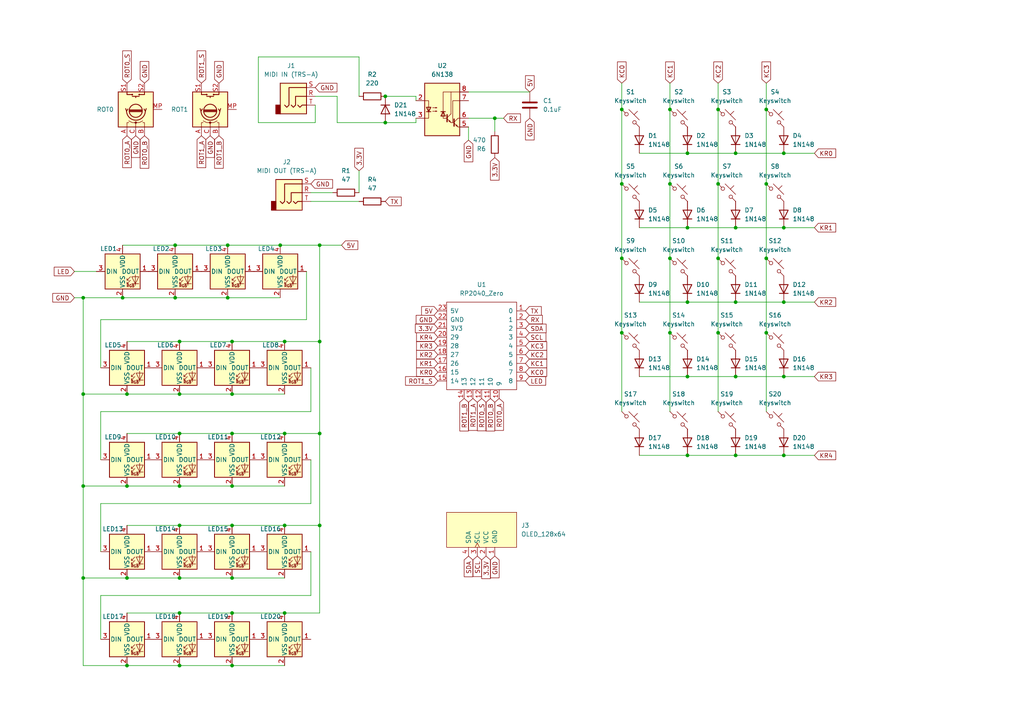
<source format=kicad_sch>
(kicad_sch (version 20231120) (generator "eeschema") (generator_version "8.0")
  (paper "A4")
  (title_block (title "Mech MIDI 1") (company "David Konsumer"))
  (lib_symbols
    (symbol "Connector_Audio:AudioJack3"
      (property "Reference" "J" (at 0 8.89 0))
      (property "Value" "AudioJack3" (at 0 6.35 0))
      (symbol "AudioJack3_1_1"
        (pin passive line (at 5.08 0 180) (length 2.54) (name "~") (number "R"))
        (pin passive line (at 5.08 2.54 180) (length 2.54) (name "~") (number "S"))
        (pin passive line (at 5.08 -2.54 180) (length 2.54) (name "~") (number "T"))
      )
    )
    (symbol "Device:C" (pin_numbers hide) (pin_names (offset 0.254))
      (property "Reference" "C" (at 0.635 2.54 0))
      (property "Value" "C" (at 0.635 -2.54 0))
      (symbol "C_1_1"
        (pin passive line (at 0 3.81 270) (length 2.794) (name "~") (number "1"))
        (pin passive line (at 0 -3.81 90) (length 2.794) (name "~") (number "2"))
      )
    )
    (symbol "Device:RotaryEncoder_Switch_MP" (pin_names (offset 0.254) hide)
      (property "Reference" "SW" (at 0 8.89 0))
      (property "Value" "RotaryEncoder_Switch_MP" (at 0 6.35 0))
      (symbol "RotaryEncoder_Switch_MP_1_1"
        (pin passive line (at -7.62 2.54 0) (length 2.54) (name "A") (number "A"))
        (pin passive line (at -7.62 -2.54 0) (length 2.54) (name "B") (number "B"))
        (pin passive line (at -7.62 0 0) (length 2.54) (name "C") (number "C"))
        (pin passive line (at 0 -7.62 90) (length 2.54) (name "MP") (number "MP"))
        (pin passive line (at 7.62 2.54 180) (length 2.54) (name "S1") (number "S1"))
        (pin passive line (at 7.62 -2.54 180) (length 2.54) (name "S2") (number "S2"))
      )
    )
    (symbol "Isolator:6N138" (pin_names (offset 1.016) hide)
      (property "Reference" "U" (at -4.064 8.89 0))
      (property "Value" "6N138" (at 2.286 8.89 0))
      (symbol "6N138_1_1"
        (pin no_connect line (at -5.08 5.08 0) (length 2.54) hide (name "NC") (number "1"))
        (pin passive line (at -7.62 2.54 0) (length 2.54) (name "C1") (number "2"))
        (pin passive line (at -7.62 -2.54 0) (length 2.54) (name "C2") (number "3"))
        (pin no_connect line (at -5.08 -5.08 0) (length 2.54) hide (name "NC") (number "4"))
        (pin passive line (at 7.62 -5.08 180) (length 2.54) (name "GND") (number "5"))
        (pin passive line (at 7.62 -2.54 180) (length 2.54) (name "VO2") (number "6"))
        (pin passive line (at 7.62 2.54 180) (length 2.54) (name "VO1") (number "7"))
        (pin passive line (at 7.62 5.08 180) (length 2.54) (name "VCC") (number "8"))
      )
    )
    (symbol "LED:WS2812B-2020" (pin_names (offset 0.254))
      (property "Reference" "D" (at 5.08 5.715 0))
      (property "Value" "WS2812B-2020" (at 1.27 -5.715 0))
      (symbol "WS2812B-2020_0_0"
        (text "RGB" (at 2.286 -4.191 0) (effects (font (size 0.762 0.762))))
      )
      (symbol "WS2812B-2020_1_1"
        (pin output line (at 7.62 0 180) (length 2.54) (name "DOUT") (number "1"))
        (pin power_in line (at 0 -7.62 90) (length 2.54) (name "VSS") (number "2"))
        (pin input line (at -7.62 0 0) (length 2.54) (name "DIN") (number "3"))
        (pin power_in line (at 0 7.62 270) (length 2.54) (name "VDD") (number "4"))
      )
    )
    (symbol "ScottoKeebs:MCU_RP2040_Zero" (pin_names (offset 1.016))
      (property "Reference" "U" (at 0 15.24 0))
      (property "Value" "RP2040_Zero" (at 0 12.7 0))
      (symbol "MCU_RP2040_Zero_1_1"
        (pin bidirectional line (at 12.7 8.89 180) (length 2.54) (name "0") (number "1"))
        (pin bidirectional line (at 5.08 -16.51 90) (length 2.54) (name "9") (number "10"))
        (pin bidirectional line (at 2.54 -16.51 90) (length 2.54) (name "10") (number "11"))
        (pin bidirectional line (at 0 -16.51 90) (length 2.54) (name "11") (number "12"))
        (pin bidirectional line (at -2.54 -16.51 90) (length 2.54) (name "12") (number "13"))
        (pin bidirectional line (at -5.08 -16.51 90) (length 2.54) (name "13") (number "14"))
        (pin bidirectional line (at -12.7 -11.43 0) (length 2.54) (name "14") (number "15"))
        (pin bidirectional line (at -12.7 -8.89 0) (length 2.54) (name "15") (number "16"))
        (pin bidirectional line (at -12.7 -6.35 0) (length 2.54) (name "26") (number "17"))
        (pin bidirectional line (at -12.7 -3.81 0) (length 2.54) (name "27") (number "18"))
        (pin bidirectional line (at -12.7 -1.27 0) (length 2.54) (name "28") (number "19"))
        (pin bidirectional line (at 12.7 6.35 180) (length 2.54) (name "1") (number "2"))
        (pin bidirectional line (at -12.7 1.27 0) (length 2.54) (name "29") (number "20"))
        (pin power_out line (at -12.7 3.81 0) (length 2.54) (name "3V3") (number "21"))
        (pin power_out line (at -12.7 6.35 0) (length 2.54) (name "GND") (number "22"))
        (pin power_out line (at -12.7 8.89 0) (length 2.54) (name "5V") (number "23"))
        (pin bidirectional line (at 12.7 3.81 180) (length 2.54) (name "2") (number "3"))
        (pin bidirectional line (at 12.7 1.27 180) (length 2.54) (name "3") (number "4"))
        (pin bidirectional line (at 12.7 -1.27 180) (length 2.54) (name "4") (number "5"))
        (pin bidirectional line (at 12.7 -3.81 180) (length 2.54) (name "5") (number "6"))
        (pin bidirectional line (at 12.7 -6.35 180) (length 2.54) (name "6") (number "7"))
        (pin bidirectional line (at 12.7 -8.89 180) (length 2.54) (name "7") (number "8"))
        (pin bidirectional line (at 12.7 -11.43 180) (length 2.54) (name "8") (number "9"))
      )
    )
    (symbol "ScottoKeebs:OLED_128x64" (pin_names (offset 1.016))
      (property "Reference" "J" (at 0 -11.43 0))
      (property "Value" "OLED_128x64" (at 0 -7.62 0))
      (symbol "OLED_128x64_1_1"
        (pin power_in line (at -3.81 2.54 270) (length 2.54) (name "GND") (number "1"))
        (pin power_in line (at -1.27 2.54 270) (length 2.54) (name "VCC") (number "2"))
        (pin input clock (at 1.27 2.54 270) (length 2.54) (name "SCL") (number "3"))
        (pin bidirectional line (at 3.81 2.54 270) (length 2.54) (name "SDA") (number "4"))
      )
    )
    (symbol "ScottoKeebs:Placeholder_Diode" (pin_numbers hide) (pin_names hide)
      (property "Reference" "D" (at 0 2.54 0))
      (property "Value" "Diode" (at 0 -2.54 0))
      (symbol "Placeholder_Diode_1_1"
        (pin passive line (at -3.81 0 0) (length 2.54) (name "K") (number "1"))
        (pin passive line (at 3.81 0 180) (length 2.54) (name "A") (number "2"))
      )
    )
    (symbol "ScottoKeebs:Placeholder_Keyswitch" (pin_numbers hide) (pin_names (offset 1.016) hide)
      (property "Reference" "S" (at 3.048 1.016 0))
      (property "Value" "Keyswitch" (at 0 -3.81 0))
      (symbol "Placeholder_Keyswitch_0_1"
        (pin passive line (at -2.54 2.54 0) (length 0) (name "1") (number "1"))
        (pin passive line (at 2.54 -2.54 180) (length 0) (name "2") (number "2"))
      )
    )
    (symbol "ScottoKeebs:Placeholder_Resistor" (pin_numbers hide) (pin_names (offset 0))
      (property "Reference" "R" (at 0 2.032 0))
      (property "Value" "Resistor" (at 0 -2.54 0))
      (symbol "Placeholder_Resistor_1_1"
        (pin passive line (at -3.81 0 0) (length 1.27) (name "~") (number "1"))
        (pin passive line (at 3.81 0 180) (length 1.27) (name "~") (number "2"))
      )
    )
  )
  (junction (at 50.8 71.12))
  (junction (at 213.36 109.22))
  (junction (at 52.07 177.8))
  (junction (at 222.25 53.34))
  (junction (at 208.28 74.93))
  (junction (at 67.31 167.64))
  (junction (at 227.33 87.63))
  (junction (at 222.25 31.75))
  (junction (at 52.07 152.4))
  (junction (at 24.13 114.3))
  (junction (at 213.36 44.45))
  (junction (at 36.83 193.04))
  (junction (at 227.33 66.04))
  (junction (at 92.71 99.06))
  (junction (at 227.33 132.08))
  (junction (at 36.83 114.3))
  (junction (at 194.31 74.93))
  (junction (at 81.28 71.12))
  (junction (at 24.13 140.97))
  (junction (at 208.28 53.34))
  (junction (at 52.07 125.73))
  (junction (at 199.39 132.08))
  (junction (at 180.34 74.93))
  (junction (at 67.31 177.8))
  (junction (at 213.36 132.08))
  (junction (at 36.83 140.97))
  (junction (at 67.31 114.3))
  (junction (at 227.33 109.22))
  (junction (at 213.36 66.04))
  (junction (at 35.56 86.36))
  (junction (at 36.83 167.64))
  (junction (at 143.51 34.29))
  (junction (at 180.34 31.75))
  (junction (at 50.8 86.36))
  (junction (at 67.31 193.04))
  (junction (at 67.31 99.06))
  (junction (at 24.13 86.36))
  (junction (at 111.76 27.94))
  (junction (at 67.31 125.73))
  (junction (at 52.07 193.04))
  (junction (at 199.39 66.04))
  (junction (at 82.55 177.8))
  (junction (at 111.76 35.56))
  (junction (at 24.13 167.64))
  (junction (at 82.55 125.73))
  (junction (at 52.07 99.06))
  (junction (at 199.39 109.22))
  (junction (at 52.07 167.64))
  (junction (at 92.71 125.73))
  (junction (at 66.04 71.12))
  (junction (at 92.71 152.4))
  (junction (at 199.39 44.45))
  (junction (at 208.28 31.75))
  (junction (at 194.31 31.75))
  (junction (at 92.71 71.12))
  (junction (at 227.33 44.45))
  (junction (at 199.39 87.63))
  (junction (at 222.25 74.93))
  (junction (at 208.28 96.52))
  (junction (at 52.07 140.97))
  (junction (at 82.55 99.06))
  (junction (at 66.04 86.36))
  (junction (at 180.34 96.52))
  (junction (at 222.25 96.52))
  (junction (at 67.31 140.97))
  (junction (at 213.36 87.63))
  (junction (at 180.34 53.34))
  (junction (at 52.07 114.3))
  (junction (at 194.31 96.52))
  (junction (at 67.31 152.4))
  (junction (at 194.31 53.34))
  (junction (at 82.55 152.4))
  (wire (pts (xy 36.83 140.97) (xy 52.07 140.97)))
  (wire (pts (xy 90.17 106.68) (xy 90.17 119.38)))
  (wire (pts (xy 227.33 66.04) (xy 236.22 66.04)))
  (wire (pts (xy 88.9 92.71) (xy 29.21 92.71)))
  (wire (pts (xy 227.33 87.63) (xy 236.22 87.63)))
  (wire (pts (xy 180.34 53.34) (xy 180.34 74.93)))
  (wire (pts (xy 227.33 132.08) (xy 236.22 132.08)))
  (wire (pts (xy 99.06 71.12) (xy 92.71 71.12)))
  (wire (pts (xy 50.8 86.36) (xy 66.04 86.36)))
  (wire (pts (xy 146.05 34.29) (xy 143.51 34.29)))
  (wire (pts (xy 52.07 152.4) (xy 67.31 152.4)))
  (wire (pts (xy 52.07 99.06) (xy 67.31 99.06)))
  (wire (pts (xy 90.17 133.35) (xy 90.17 146.05)))
  (wire (pts (xy 222.25 74.93) (xy 222.25 96.52)))
  (wire (pts (xy 67.31 193.04) (xy 82.55 193.04)))
  (wire (pts (xy 36.83 152.4) (xy 52.07 152.4)))
  (wire (pts (xy 185.42 132.08) (xy 199.39 132.08)))
  (wire (pts (xy 135.89 36.83) (xy 135.89 40.64)))
  (wire (pts (xy 36.83 125.73) (xy 52.07 125.73)))
  (wire (pts (xy 208.28 24.13) (xy 208.28 31.75)))
  (wire (pts (xy 29.21 172.72) (xy 29.21 185.42)))
  (wire (pts (xy 67.31 152.4) (xy 82.55 152.4)))
  (wire (pts (xy 35.56 86.36) (xy 50.8 86.36)))
  (wire (pts (xy 194.31 96.52) (xy 194.31 119.38)))
  (wire (pts (xy 21.59 86.36) (xy 24.13 86.36)))
  (wire (pts (xy 82.55 177.8) (xy 92.71 177.8)))
  (wire (pts (xy 24.13 140.97) (xy 36.83 140.97)))
  (wire (pts (xy 222.25 31.75) (xy 222.25 53.34)))
  (wire (pts (xy 29.21 119.38) (xy 29.21 133.35)))
  (wire (pts (xy 52.07 177.8) (xy 67.31 177.8)))
  (wire (pts (xy 24.13 193.04) (xy 24.13 167.64)))
  (wire (pts (xy 82.55 152.4) (xy 92.71 152.4)))
  (wire (pts (xy 91.44 27.94) (xy 97.79 27.94)))
  (wire (pts (xy 222.25 96.52) (xy 222.25 119.38)))
  (wire (pts (xy 24.13 193.04) (xy 36.83 193.04)))
  (wire (pts (xy 194.31 74.93) (xy 194.31 96.52)))
  (wire (pts (xy 67.31 140.97) (xy 82.55 140.97)))
  (wire (pts (xy 213.36 66.04) (xy 227.33 66.04)))
  (wire (pts (xy 52.07 193.04) (xy 67.31 193.04)))
  (wire (pts (xy 67.31 177.8) (xy 82.55 177.8)))
  (wire (pts (xy 24.13 86.36) (xy 35.56 86.36)))
  (wire (pts (xy 208.28 74.93) (xy 208.28 96.52)))
  (wire (pts (xy 52.07 140.97) (xy 67.31 140.97)))
  (wire (pts (xy 135.89 26.67) (xy 153.67 26.67)))
  (wire (pts (xy 82.55 99.06) (xy 92.71 99.06)))
  (wire (pts (xy 199.39 109.22) (xy 213.36 109.22)))
  (wire (pts (xy 185.42 109.22) (xy 199.39 109.22)))
  (wire (pts (xy 97.79 35.56) (xy 111.76 35.56)))
  (wire (pts (xy 92.71 99.06) (xy 92.71 125.73)))
  (wire (pts (xy 185.42 87.63) (xy 199.39 87.63)))
  (wire (pts (xy 180.34 24.13) (xy 180.34 31.75)))
  (wire (pts (xy 213.36 87.63) (xy 227.33 87.63)))
  (wire (pts (xy 199.39 87.63) (xy 213.36 87.63)))
  (wire (pts (xy 24.13 114.3) (xy 24.13 140.97)))
  (wire (pts (xy 104.14 16.51) (xy 74.93 16.51)))
  (wire (pts (xy 88.9 78.74) (xy 88.9 92.71)))
  (wire (pts (xy 67.31 125.73) (xy 82.55 125.73)))
  (wire (pts (xy 227.33 44.45) (xy 236.22 44.45)))
  (wire (pts (xy 185.42 66.04) (xy 199.39 66.04)))
  (wire (pts (xy 66.04 71.12) (xy 81.28 71.12)))
  (wire (pts (xy 199.39 66.04) (xy 213.36 66.04)))
  (wire (pts (xy 143.51 34.29) (xy 135.89 34.29)))
  (wire (pts (xy 208.28 31.75) (xy 208.28 53.34)))
  (wire (pts (xy 120.65 27.94) (xy 111.76 27.94)))
  (wire (pts (xy 227.33 109.22) (xy 236.22 109.22)))
  (wire (pts (xy 52.07 125.73) (xy 67.31 125.73)))
  (wire (pts (xy 222.25 53.34) (xy 222.25 74.93)))
  (wire (pts (xy 74.93 35.56) (xy 91.44 35.56)))
  (wire (pts (xy 36.83 193.04) (xy 52.07 193.04)))
  (wire (pts (xy 185.42 44.45) (xy 199.39 44.45)))
  (wire (pts (xy 52.07 114.3) (xy 67.31 114.3)))
  (wire (pts (xy 180.34 31.75) (xy 180.34 53.34)))
  (wire (pts (xy 67.31 114.3) (xy 82.55 114.3)))
  (wire (pts (xy 36.83 99.06) (xy 52.07 99.06)))
  (wire (pts (xy 36.83 167.64) (xy 52.07 167.64)))
  (wire (pts (xy 104.14 49.53) (xy 104.14 55.88)))
  (wire (pts (xy 180.34 74.93) (xy 180.34 96.52)))
  (wire (pts (xy 29.21 92.71) (xy 29.21 106.68)))
  (wire (pts (xy 143.51 34.29) (xy 143.51 38.1)))
  (wire (pts (xy 91.44 35.56) (xy 91.44 30.48)))
  (wire (pts (xy 222.25 24.13) (xy 222.25 31.75)))
  (wire (pts (xy 97.79 27.94) (xy 97.79 35.56)))
  (wire (pts (xy 199.39 44.45) (xy 213.36 44.45)))
  (wire (pts (xy 90.17 172.72) (xy 29.21 172.72)))
  (wire (pts (xy 92.71 71.12) (xy 81.28 71.12)))
  (wire (pts (xy 213.36 44.45) (xy 227.33 44.45)))
  (wire (pts (xy 194.31 53.34) (xy 194.31 74.93)))
  (wire (pts (xy 90.17 160.02) (xy 90.17 172.72)))
  (wire (pts (xy 50.8 71.12) (xy 66.04 71.12)))
  (wire (pts (xy 82.55 125.73) (xy 92.71 125.73)))
  (wire (pts (xy 111.76 35.56) (xy 120.65 35.56)))
  (wire (pts (xy 90.17 146.05) (xy 29.21 146.05)))
  (wire (pts (xy 194.31 31.75) (xy 194.31 53.34)))
  (wire (pts (xy 213.36 132.08) (xy 227.33 132.08)))
  (wire (pts (xy 208.28 53.34) (xy 208.28 74.93)))
  (wire (pts (xy 24.13 114.3) (xy 24.13 86.36)))
  (wire (pts (xy 90.17 119.38) (xy 29.21 119.38)))
  (wire (pts (xy 36.83 114.3) (xy 52.07 114.3)))
  (wire (pts (xy 29.21 146.05) (xy 29.21 160.02)))
  (wire (pts (xy 104.14 27.94) (xy 104.14 16.51)))
  (wire (pts (xy 66.04 86.36) (xy 81.28 86.36)))
  (wire (pts (xy 90.17 58.42) (xy 104.14 58.42)))
  (wire (pts (xy 180.34 96.52) (xy 180.34 119.38)))
  (wire (pts (xy 24.13 167.64) (xy 24.13 140.97)))
  (wire (pts (xy 90.17 55.88) (xy 96.52 55.88)))
  (wire (pts (xy 74.93 16.51) (xy 74.93 35.56)))
  (wire (pts (xy 92.71 177.8) (xy 92.71 152.4)))
  (wire (pts (xy 120.65 29.21) (xy 120.65 27.94)))
  (wire (pts (xy 199.39 132.08) (xy 213.36 132.08)))
  (wire (pts (xy 67.31 99.06) (xy 82.55 99.06)))
  (wire (pts (xy 52.07 167.64) (xy 67.31 167.64)))
  (wire (pts (xy 24.13 167.64) (xy 36.83 167.64)))
  (wire (pts (xy 24.13 114.3) (xy 36.83 114.3)))
  (wire (pts (xy 208.28 96.52) (xy 208.28 119.38)))
  (wire (pts (xy 213.36 109.22) (xy 227.33 109.22)))
  (wire (pts (xy 36.83 177.8) (xy 52.07 177.8)))
  (wire (pts (xy 120.65 35.56) (xy 120.65 34.29)))
  (wire (pts (xy 21.59 78.74) (xy 27.94 78.74)))
  (wire (pts (xy 67.31 167.64) (xy 82.55 167.64)))
  (wire (pts (xy 194.31 24.13) (xy 194.31 31.75)))
  (wire (pts (xy 92.71 71.12) (xy 92.71 99.06)))
  (wire (pts (xy 35.56 71.12) (xy 50.8 71.12)))
  (wire (pts (xy 92.71 152.4) (xy 92.71 125.73)))
  (global_label "ROT0_S" (shape input) (at 36.83 24.13 90) (property "Intersheetrefs" "${INTERSHEET_REFS}" (effects (hide yes))))
  (global_label "3.3V" (shape input) (at 104.14 49.53 90) (property "Intersheetrefs" "${INTERSHEET_REFS}" (effects (hide yes))))
  (global_label "TX" (shape input) (at 152.4 90.17 0) (property "Intersheetrefs" "${INTERSHEET_REFS}" (effects (hide yes))))
  (global_label "GND" (shape input) (at 143.51 161.29 270) (property "Intersheetrefs" "${INTERSHEET_REFS}" (effects (hide yes))))
  (global_label "ROT1_S" (shape input) (at 127 110.49 180) (property "Intersheetrefs" "${INTERSHEET_REFS}" (effects (hide yes))))
  (global_label "ROT0_B" (shape input) (at 41.91 39.37 270) (property "Intersheetrefs" "${INTERSHEET_REFS}" (effects (hide yes))))
  (global_label "KR1" (shape input) (at 236.22 66.04 0) (property "Intersheetrefs" "${INTERSHEET_REFS}" (effects (hide yes))))
  (global_label "GND" (shape input) (at 63.5 24.13 90) (property "Intersheetrefs" "${INTERSHEET_REFS}" (effects (hide yes))))
  (global_label "GND" (shape input) (at 21.59 86.36 180) (property "Intersheetrefs" "${INTERSHEET_REFS}" (effects (hide yes))))
  (global_label "KR1" (shape input) (at 127 105.41 180) (property "Intersheetrefs" "${INTERSHEET_REFS}" (effects (hide yes))))
  (global_label "SCL" (shape input) (at 138.43 161.29 270) (property "Intersheetrefs" "${INTERSHEET_REFS}" (effects (hide yes))))
  (global_label "ROT1_S" (shape input) (at 58.42 24.13 90) (property "Intersheetrefs" "${INTERSHEET_REFS}" (effects (hide yes))))
  (global_label "KC0" (shape input) (at 180.34 24.13 90) (property "Intersheetrefs" "${INTERSHEET_REFS}" (effects (hide yes))))
  (global_label "GND" (shape input) (at 41.91 24.13 90) (property "Intersheetrefs" "${INTERSHEET_REFS}" (effects (hide yes))))
  (global_label "KR2" (shape input) (at 127 102.87 180) (property "Intersheetrefs" "${INTERSHEET_REFS}" (effects (hide yes))))
  (global_label "LED" (shape input) (at 21.59 78.74 180) (property "Intersheetrefs" "${INTERSHEET_REFS}" (effects (hide yes))))
  (global_label "GND" (shape input) (at 91.44 25.4 0) (property "Intersheetrefs" "${INTERSHEET_REFS}" (effects (hide yes))))
  (global_label "KC2" (shape input) (at 208.28 24.13 90) (property "Intersheetrefs" "${INTERSHEET_REFS}" (effects (hide yes))))
  (global_label "TX" (shape input) (at 111.76 58.42 0) (property "Intersheetrefs" "${INTERSHEET_REFS}" (effects (hide yes))))
  (global_label "KR3" (shape input) (at 127 100.33 180) (property "Intersheetrefs" "${INTERSHEET_REFS}" (effects (hide yes))))
  (global_label "GND" (shape input) (at 39.37 39.37 270) (property "Intersheetrefs" "${INTERSHEET_REFS}" (effects (hide yes))))
  (global_label "5V" (shape input) (at 127 90.17 180) (property "Intersheetrefs" "${INTERSHEET_REFS}" (effects (hide yes))))
  (global_label "KR4" (shape input) (at 236.22 132.08 0) (property "Intersheetrefs" "${INTERSHEET_REFS}" (effects (hide yes))))
  (global_label "ROT0_A" (shape input) (at 36.83 39.37 270) (property "Intersheetrefs" "${INTERSHEET_REFS}" (effects (hide yes))))
  (global_label "GND" (shape input) (at 153.67 34.29 270) (property "Intersheetrefs" "${INTERSHEET_REFS}" (effects (hide yes))))
  (global_label "KC1" (shape input) (at 194.31 24.13 90) (property "Intersheetrefs" "${INTERSHEET_REFS}" (effects (hide yes))))
  (global_label "SDA" (shape input) (at 135.89 161.29 270) (property "Intersheetrefs" "${INTERSHEET_REFS}" (effects (hide yes))))
  (global_label "KC0" (shape input) (at 152.4 107.95 0) (property "Intersheetrefs" "${INTERSHEET_REFS}" (effects (hide yes))))
  (global_label "KR4" (shape input) (at 127 97.79 180) (property "Intersheetrefs" "${INTERSHEET_REFS}" (effects (hide yes))))
  (global_label "KC2" (shape input) (at 152.4 102.87 0) (property "Intersheetrefs" "${INTERSHEET_REFS}" (effects (hide yes))))
  (global_label "5V" (shape input) (at 153.67 26.67 90) (property "Intersheetrefs" "${INTERSHEET_REFS}" (effects (hide yes))))
  (global_label "ROT0_A" (shape input) (at 144.78 115.57 270) (property "Intersheetrefs" "${INTERSHEET_REFS}" (effects (hide yes))))
  (global_label "RX" (shape input) (at 152.4 92.71 0) (property "Intersheetrefs" "${INTERSHEET_REFS}" (effects (hide yes))))
  (global_label "LED" (shape input) (at 152.4 110.49 0) (property "Intersheetrefs" "${INTERSHEET_REFS}" (effects (hide yes))))
  (global_label "SCL" (shape input) (at 152.4 97.79 0) (property "Intersheetrefs" "${INTERSHEET_REFS}" (effects (hide yes))))
  (global_label "KC1" (shape input) (at 152.4 105.41 0) (property "Intersheetrefs" "${INTERSHEET_REFS}" (effects (hide yes))))
  (global_label "GND" (shape input) (at 127 92.71 180) (property "Intersheetrefs" "${INTERSHEET_REFS}" (effects (hide yes))))
  (global_label "3.3V" (shape input) (at 127 95.25 180) (property "Intersheetrefs" "${INTERSHEET_REFS}" (effects (hide yes))))
  (global_label "KC3" (shape input) (at 222.25 24.13 90) (property "Intersheetrefs" "${INTERSHEET_REFS}" (effects (hide yes))))
  (global_label "5V" (shape input) (at 99.06 71.12 0) (property "Intersheetrefs" "${INTERSHEET_REFS}" (effects (hide yes))))
  (global_label "GND" (shape input) (at 135.89 40.64 270) (property "Intersheetrefs" "${INTERSHEET_REFS}" (effects (hide yes))))
  (global_label "ROT0_B" (shape input) (at 142.24 115.57 270) (property "Intersheetrefs" "${INTERSHEET_REFS}" (effects (hide yes))))
  (global_label "ROT1_B" (shape input) (at 63.5 39.37 270) (property "Intersheetrefs" "${INTERSHEET_REFS}" (effects (hide yes))))
  (global_label "ROT1_A" (shape input) (at 58.42 39.37 270) (property "Intersheetrefs" "${INTERSHEET_REFS}" (effects (hide yes))))
  (global_label "KR0" (shape input) (at 127 107.95 180) (property "Intersheetrefs" "${INTERSHEET_REFS}" (effects (hide yes))))
  (global_label "GND" (shape input) (at 60.96 39.37 270) (property "Intersheetrefs" "${INTERSHEET_REFS}" (effects (hide yes))))
  (global_label "SDA" (shape input) (at 152.4 95.25 0) (property "Intersheetrefs" "${INTERSHEET_REFS}" (effects (hide yes))))
  (global_label "KR0" (shape input) (at 236.22 44.45 0) (property "Intersheetrefs" "${INTERSHEET_REFS}" (effects (hide yes))))
  (global_label "ROT1_A" (shape input) (at 137.16 115.57 270) (property "Intersheetrefs" "${INTERSHEET_REFS}" (effects (hide yes))))
  (global_label "ROT1_B" (shape input) (at 134.62 115.57 270) (property "Intersheetrefs" "${INTERSHEET_REFS}" (effects (hide yes))))
  (global_label "3.3V" (shape input) (at 140.97 161.29 270) (property "Intersheetrefs" "${INTERSHEET_REFS}" (effects (hide yes))))
  (global_label "3.3V" (shape input) (at 143.51 45.72 270) (property "Intersheetrefs" "${INTERSHEET_REFS}" (effects (hide yes))))
  (global_label "RX" (shape input) (at 146.05 34.29 0) (property "Intersheetrefs" "${INTERSHEET_REFS}" (effects (hide yes))))
  (global_label "KR2" (shape input) (at 236.22 87.63 0) (property "Intersheetrefs" "${INTERSHEET_REFS}" (effects (hide yes))))
  (global_label "KR3" (shape input) (at 236.22 109.22 0) (property "Intersheetrefs" "${INTERSHEET_REFS}" (effects (hide yes))))
  (global_label "GND" (shape input) (at 90.17 53.34 0) (property "Intersheetrefs" "${INTERSHEET_REFS}" (effects (hide yes))))
  (global_label "KC3" (shape input) (at 152.4 100.33 0) (property "Intersheetrefs" "${INTERSHEET_REFS}" (effects (hide yes))))
  (global_label "ROT0_S" (shape input) (at 139.7 115.57 270) (property "Intersheetrefs" "${INTERSHEET_REFS}" (effects (hide yes))))
  (symbol (lib_id "ScottoKeebs:Placeholder_Keyswitch") (at 182.88 55.88 0) (unit 1)
    (property "Reference" "S5" (at 182.88 48.26 0))
    (property "Value" "Keyswitch" (at 182.88 50.8 0))
    (property "Footprint" "ScottoKeebs_MX:MX_PCB_1.00u" (effects (hide yes)))
    (property "Description" "Push button switch, normally open, two pins, 45° tilted" (effects (hide yes)))
  )
  (symbol (lib_id "ScottoKeebs:Placeholder_Diode") (at 213.36 40.64 90) (unit 1)
    (property "Reference" "D3" (at 215.9 39.3699 90) (effects (justify right)))
    (property "Value" "1N148" (at 215.9 41.9099 90) (effects (justify right)))
    (property "Footprint" "ScottoKeebs_Components:Diode_SOD-123" (effects (hide yes)))
    (property "Description" "1N4148 (DO-35) or 1N4148W (SOD-123)" (effects (hide yes)))
    (property "Sim.Device" "D" (effects (hide yes)))
    (property "Sim.Pins" "1=K 2=A" (effects (hide yes)))
  )
  (symbol (lib_id "LED:WS2812B-2020") (at 36.83 160.02 0) (unit 1)
    (property "Reference" "LED13" (at 32.766 153.416 0))
    (property "Value" "WS2812B-2020" (effects (hide yes)))
    (property "Footprint" "LED_SMD:LED_WS2812B-2020_PLCC4_2.0x2.0mm" (effects (hide yes)))
    (property "Datasheet" "https://cdn-shop.adafruit.com/product-files/4684/4684_WS2812B-2020_V1.3_EN.pdf" (effects (hide yes)))
    (property "Description" "RGB LED with integrated controller, 2.0 x 2.0 mm, 12 mA" (effects (hide yes)))
  )
  (symbol (lib_id "LED:WS2812B-2020") (at 35.56 78.74 0) (unit 1)
    (property "Reference" "LED1" (at 31.496 72.136 0))
    (property "Value" "WS2812B-2020" (effects (hide yes)))
    (property "Footprint" "LED_SMD:LED_WS2812B-2020_PLCC4_2.0x2.0mm" (effects (hide yes)))
    (property "Datasheet" "https://cdn-shop.adafruit.com/product-files/4684/4684_WS2812B-2020_V1.3_EN.pdf" (effects (hide yes)))
    (property "Description" "RGB LED with integrated controller, 2.0 x 2.0 mm, 12 mA" (effects (hide yes)))
  )
  (symbol (lib_id "LED:WS2812B-2020") (at 52.07 133.35 0) (unit 1)
    (property "Reference" "LED10" (at 48.006 126.746 0))
    (property "Value" "WS2812B-2020" (effects (hide yes)))
    (property "Footprint" "LED_SMD:LED_WS2812B-2020_PLCC4_2.0x2.0mm" (effects (hide yes)))
    (property "Datasheet" "https://cdn-shop.adafruit.com/product-files/4684/4684_WS2812B-2020_V1.3_EN.pdf" (effects (hide yes)))
    (property "Description" "RGB LED with integrated controller, 2.0 x 2.0 mm, 12 mA" (effects (hide yes)))
  )
  (symbol (lib_id "ScottoKeebs:Placeholder_Keyswitch") (at 224.79 34.29 0) (unit 1)
    (property "Reference" "S4" (at 224.79 26.67 0))
    (property "Value" "Keyswitch" (at 224.79 29.21 0))
    (property "Footprint" "ScottoKeebs_MX:MX_PCB_1.00u" (effects (hide yes)))
    (property "Description" "Push button switch, normally open, two pins, 45° tilted" (effects (hide yes)))
  )
  (symbol (lib_id "LED:WS2812B-2020") (at 67.31 133.35 0) (unit 1)
    (property "Reference" "LED11" (at 63.246 126.746 0))
    (property "Value" "WS2812B-2020" (effects (hide yes)))
    (property "Footprint" "LED_SMD:LED_WS2812B-2020_PLCC4_2.0x2.0mm" (effects (hide yes)))
    (property "Datasheet" "https://cdn-shop.adafruit.com/product-files/4684/4684_WS2812B-2020_V1.3_EN.pdf" (effects (hide yes)))
    (property "Description" "RGB LED with integrated controller, 2.0 x 2.0 mm, 12 mA" (effects (hide yes)))
  )
  (symbol (lib_id "ScottoKeebs:Placeholder_Diode") (at 185.42 62.23 90) (unit 1)
    (property "Reference" "D5" (at 187.96 60.9599 90) (effects (justify right)))
    (property "Value" "1N148" (at 187.96 63.4999 90) (effects (justify right)))
    (property "Footprint" "ScottoKeebs_Components:Diode_SOD-123" (effects (hide yes)))
    (property "Description" "1N4148 (DO-35) or 1N4148W (SOD-123)" (effects (hide yes)))
    (property "Sim.Device" "D" (effects (hide yes)))
    (property "Sim.Pins" "1=K 2=A" (effects (hide yes)))
  )
  (symbol (lib_id "ScottoKeebs:Placeholder_Diode") (at 185.42 83.82 90) (unit 1)
    (property "Reference" "D9" (at 187.96 82.5499 90) (effects (justify right)))
    (property "Value" "1N148" (at 187.96 85.0899 90) (effects (justify right)))
    (property "Footprint" "ScottoKeebs_Components:Diode_SOD-123" (effects (hide yes)))
    (property "Description" "1N4148 (DO-35) or 1N4148W (SOD-123)" (effects (hide yes)))
    (property "Sim.Device" "D" (effects (hide yes)))
    (property "Sim.Pins" "1=K 2=A" (effects (hide yes)))
  )
  (symbol (lib_id "LED:WS2812B-2020") (at 81.28 78.74 0) (unit 1)
    (property "Reference" "LED4" (at 77.216 72.136 0))
    (property "Value" "WS2812B-2020" (effects (hide yes)))
    (property "Footprint" "LED_SMD:LED_WS2812B-2020_PLCC4_2.0x2.0mm" (effects (hide yes)))
    (property "Datasheet" "https://cdn-shop.adafruit.com/product-files/4684/4684_WS2812B-2020_V1.3_EN.pdf" (effects (hide yes)))
    (property "Description" "RGB LED with integrated controller, 2.0 x 2.0 mm, 12 mA" (effects (hide yes)))
  )
  (symbol (lib_id "ScottoKeebs:Placeholder_Keyswitch") (at 196.85 121.92 0) (unit 1)
    (property "Reference" "S18" (at 196.85 114.3 0))
    (property "Value" "Keyswitch" (at 196.85 116.84 0))
    (property "Footprint" "ScottoKeebs_MX:MX_PCB_1.00u" (effects (hide yes)))
    (property "Description" "Push button switch, normally open, two pins, 45° tilted" (effects (hide yes)))
  )
  (symbol (lib_id "ScottoKeebs:Placeholder_Diode") (at 227.33 62.23 90) (unit 1)
    (property "Reference" "D8" (at 229.87 60.9599 90) (effects (justify right)))
    (property "Value" "1N148" (at 229.87 63.4999 90) (effects (justify right)))
    (property "Footprint" "ScottoKeebs_Components:Diode_SOD-123" (effects (hide yes)))
    (property "Description" "1N4148 (DO-35) or 1N4148W (SOD-123)" (effects (hide yes)))
    (property "Sim.Device" "D" (effects (hide yes)))
    (property "Sim.Pins" "1=K 2=A" (effects (hide yes)))
  )
  (symbol (lib_id "Connector_Audio:AudioJack3") (at 86.36 27.94 0) (unit 1)
    (property "Reference" "J1" (at 84.455 19.05 0))
    (property "Value" "MIDI IN (TRS-A)" (at 84.455 21.59 0))
    (property "Footprint" "Connector_Audio:Jack_3.5mm_CUI_SJ1-3513N_Horizontal" (effects (hide yes)))
    (property "Description" "Audio Jack, 3 Poles (Stereo / TRS)" (effects (hide yes)))
  )
  (symbol (lib_id "LED:WS2812B-2020") (at 52.07 106.68 0) (unit 1)
    (property "Reference" "LED6" (at 48.006 100.076 0))
    (property "Value" "WS2812B-2020" (effects (hide yes)))
    (property "Footprint" "LED_SMD:LED_WS2812B-2020_PLCC4_2.0x2.0mm" (effects (hide yes)))
    (property "Datasheet" "https://cdn-shop.adafruit.com/product-files/4684/4684_WS2812B-2020_V1.3_EN.pdf" (effects (hide yes)))
    (property "Description" "RGB LED with integrated controller, 2.0 x 2.0 mm, 12 mA" (effects (hide yes)))
  )
  (symbol (lib_id "LED:WS2812B-2020") (at 36.83 133.35 0) (unit 1)
    (property "Reference" "LED9" (at 32.766 126.746 0))
    (property "Value" "WS2812B-2020" (effects (hide yes)))
    (property "Footprint" "LED_SMD:LED_WS2812B-2020_PLCC4_2.0x2.0mm" (effects (hide yes)))
    (property "Datasheet" "https://cdn-shop.adafruit.com/product-files/4684/4684_WS2812B-2020_V1.3_EN.pdf" (effects (hide yes)))
    (property "Description" "RGB LED with integrated controller, 2.0 x 2.0 mm, 12 mA" (effects (hide yes)))
  )
  (symbol (lib_id "LED:WS2812B-2020") (at 36.83 185.42 0) (unit 1)
    (property "Reference" "LED17" (at 32.766 178.816 0))
    (property "Value" "WS2812B-2020" (effects (hide yes)))
    (property "Footprint" "LED_SMD:LED_WS2812B-2020_PLCC4_2.0x2.0mm" (effects (hide yes)))
    (property "Datasheet" "https://cdn-shop.adafruit.com/product-files/4684/4684_WS2812B-2020_V1.3_EN.pdf" (effects (hide yes)))
    (property "Description" "RGB LED with integrated controller, 2.0 x 2.0 mm, 12 mA" (effects (hide yes)))
  )
  (symbol (lib_id "ScottoKeebs:Placeholder_Keyswitch") (at 224.79 55.88 0) (unit 1)
    (property "Reference" "S8" (at 224.79 48.26 0))
    (property "Value" "Keyswitch" (at 224.79 50.8 0))
    (property "Footprint" "ScottoKeebs_MX:MX_PCB_1.00u" (effects (hide yes)))
    (property "Description" "Push button switch, normally open, two pins, 45° tilted" (effects (hide yes)))
  )
  (symbol (lib_id "ScottoKeebs:Placeholder_Keyswitch") (at 182.88 34.29 0) (unit 1)
    (property "Reference" "S1" (at 182.88 26.67 0))
    (property "Value" "Keyswitch" (at 182.88 29.21 0))
    (property "Footprint" "ScottoKeebs_MX:MX_PCB_1.00u" (effects (hide yes)))
    (property "Description" "Push button switch, normally open, two pins, 45° tilted" (effects (hide yes)))
  )
  (symbol (lib_id "ScottoKeebs:Placeholder_Keyswitch") (at 182.88 99.06 0) (unit 1)
    (property "Reference" "S13" (at 182.88 91.44 0))
    (property "Value" "Keyswitch" (at 182.88 93.98 0))
    (property "Footprint" "ScottoKeebs_MX:MX_PCB_1.00u" (effects (hide yes)))
    (property "Description" "Push button switch, normally open, two pins, 45° tilted" (effects (hide yes)))
  )
  (symbol (lib_id "ScottoKeebs:Placeholder_Keyswitch") (at 196.85 77.47 0) (unit 1)
    (property "Reference" "S10" (at 196.85 69.85 0))
    (property "Value" "Keyswitch" (at 196.85 72.39 0))
    (property "Footprint" "ScottoKeebs_MX:MX_PCB_1.00u" (effects (hide yes)))
    (property "Description" "Push button switch, normally open, two pins, 45° tilted" (effects (hide yes)))
  )
  (symbol (lib_id "ScottoKeebs:Placeholder_Diode") (at 111.76 31.75 270) (unit 1)
    (property "Reference" "D21" (at 114.3 30.4799 90) (effects (justify left)))
    (property "Value" "1N148" (at 114.3 33.0199 90) (effects (justify left)))
    (property "Footprint" "ScottoKeebs_Components:Diode_SOD-123" (effects (hide yes)))
    (property "Description" "1N4148 (DO-35) or 1N4148W (SOD-123)" (effects (hide yes)))
    (property "Sim.Device" "D" (effects (hide yes)))
    (property "Sim.Pins" "1=K 2=A" (effects (hide yes)))
  )
  (symbol (lib_id "ScottoKeebs:Placeholder_Diode") (at 213.36 128.27 90) (unit 1)
    (property "Reference" "D19" (at 215.9 126.9999 90) (effects (justify right)))
    (property "Value" "1N148" (at 215.9 129.5399 90) (effects (justify right)))
    (property "Footprint" "ScottoKeebs_Components:Diode_SOD-123" (effects (hide yes)))
    (property "Description" "1N4148 (DO-35) or 1N4148W (SOD-123)" (effects (hide yes)))
    (property "Sim.Device" "D" (effects (hide yes)))
    (property "Sim.Pins" "1=K 2=A" (effects (hide yes)))
  )
  (symbol (lib_id "Device:RotaryEncoder_Switch_MP") (at 39.37 31.75 90) (unit 1)
    (property "Reference" "ROT0" (at 33.02 31.7499 90) (effects (justify left)))
    (property "Value" "RotaryEncoder_Switch_MP" (effects (hide yes)))
    (property "Footprint" "Rotary_Encoder:RotaryEncoder_Alps_EC11E-Switch_Vertical_H20mm" (effects (hide yes)))
    (property "Description" "Rotary encoder, dual channel, incremental quadrate outputs, with switch and MP Pin" (effects (hide yes)))
  )
  (symbol (lib_id "ScottoKeebs:Placeholder_Diode") (at 227.33 40.64 90) (unit 1)
    (property "Reference" "D4" (at 229.87 39.3699 90) (effects (justify right)))
    (property "Value" "1N148" (at 229.87 41.9099 90) (effects (justify right)))
    (property "Footprint" "ScottoKeebs_Components:Diode_SOD-123" (effects (hide yes)))
    (property "Description" "1N4148 (DO-35) or 1N4148W (SOD-123)" (effects (hide yes)))
    (property "Sim.Device" "D" (effects (hide yes)))
    (property "Sim.Pins" "1=K 2=A" (effects (hide yes)))
  )
  (symbol (lib_id "ScottoKeebs:Placeholder_Diode") (at 199.39 128.27 90) (unit 1)
    (property "Reference" "D18" (at 201.93 126.9999 90) (effects (justify right)))
    (property "Value" "1N148" (at 201.93 129.5399 90) (effects (justify right)))
    (property "Footprint" "ScottoKeebs_Components:Diode_SOD-123" (effects (hide yes)))
    (property "Description" "1N4148 (DO-35) or 1N4148W (SOD-123)" (effects (hide yes)))
    (property "Sim.Device" "D" (effects (hide yes)))
    (property "Sim.Pins" "1=K 2=A" (effects (hide yes)))
  )
  (symbol (lib_id "ScottoKeebs:Placeholder_Keyswitch") (at 224.79 77.47 0) (unit 1)
    (property "Reference" "S12" (at 224.79 69.85 0))
    (property "Value" "Keyswitch" (at 224.79 72.39 0))
    (property "Footprint" "ScottoKeebs_MX:MX_PCB_1.00u" (effects (hide yes)))
    (property "Description" "Push button switch, normally open, two pins, 45° tilted" (effects (hide yes)))
  )
  (symbol (lib_id "ScottoKeebs:Placeholder_Diode") (at 213.36 105.41 90) (unit 1)
    (property "Reference" "D15" (at 215.9 104.1399 90) (effects (justify right)))
    (property "Value" "1N148" (at 215.9 106.6799 90) (effects (justify right)))
    (property "Footprint" "ScottoKeebs_Components:Diode_SOD-123" (effects (hide yes)))
    (property "Description" "1N4148 (DO-35) or 1N4148W (SOD-123)" (effects (hide yes)))
    (property "Sim.Device" "D" (effects (hide yes)))
    (property "Sim.Pins" "1=K 2=A" (effects (hide yes)))
  )
  (symbol (lib_id "ScottoKeebs:Placeholder_Diode") (at 213.36 62.23 90) (unit 1)
    (property "Reference" "D7" (at 215.9 60.9599 90) (effects (justify right)))
    (property "Value" "1N148" (at 215.9 63.4999 90) (effects (justify right)))
    (property "Footprint" "ScottoKeebs_Components:Diode_SOD-123" (effects (hide yes)))
    (property "Description" "1N4148 (DO-35) or 1N4148W (SOD-123)" (effects (hide yes)))
    (property "Sim.Device" "D" (effects (hide yes)))
    (property "Sim.Pins" "1=K 2=A" (effects (hide yes)))
  )
  (symbol (lib_id "LED:WS2812B-2020") (at 52.07 185.42 0) (unit 1)
    (property "Reference" "LED18" (at 48.006 178.816 0))
    (property "Value" "WS2812B-2020" (effects (hide yes)))
    (property "Footprint" "LED_SMD:LED_WS2812B-2020_PLCC4_2.0x2.0mm" (effects (hide yes)))
    (property "Datasheet" "https://cdn-shop.adafruit.com/product-files/4684/4684_WS2812B-2020_V1.3_EN.pdf" (effects (hide yes)))
    (property "Description" "RGB LED with integrated controller, 2.0 x 2.0 mm, 12 mA" (effects (hide yes)))
  )
  (symbol (lib_id "ScottoKeebs:Placeholder_Diode") (at 185.42 40.64 90) (unit 1)
    (property "Reference" "D1" (at 187.96 39.3699 90) (effects (justify right)))
    (property "Value" "1N148" (at 187.96 41.9099 90) (effects (justify right)))
    (property "Footprint" "ScottoKeebs_Components:Diode_SOD-123" (effects (hide yes)))
    (property "Description" "1N4148 (DO-35) or 1N4148W (SOD-123)" (effects (hide yes)))
    (property "Sim.Device" "D" (effects (hide yes)))
    (property "Sim.Pins" "1=K 2=A" (effects (hide yes)))
  )
  (symbol (lib_id "LED:WS2812B-2020") (at 36.83 106.68 0) (unit 1)
    (property "Reference" "LED5" (at 32.766 100.076 0))
    (property "Value" "WS2812B-2020" (effects (hide yes)))
    (property "Footprint" "LED_SMD:LED_WS2812B-2020_PLCC4_2.0x2.0mm" (effects (hide yes)))
    (property "Datasheet" "https://cdn-shop.adafruit.com/product-files/4684/4684_WS2812B-2020_V1.3_EN.pdf" (effects (hide yes)))
    (property "Description" "RGB LED with integrated controller, 2.0 x 2.0 mm, 12 mA" (effects (hide yes)))
  )
  (symbol (lib_id "ScottoKeebs:Placeholder_Diode") (at 213.36 83.82 90) (unit 1)
    (property "Reference" "D11" (at 215.9 82.5499 90) (effects (justify right)))
    (property "Value" "1N148" (at 215.9 85.0899 90) (effects (justify right)))
    (property "Footprint" "ScottoKeebs_Components:Diode_SOD-123" (effects (hide yes)))
    (property "Description" "1N4148 (DO-35) or 1N4148W (SOD-123)" (effects (hide yes)))
    (property "Sim.Device" "D" (effects (hide yes)))
    (property "Sim.Pins" "1=K 2=A" (effects (hide yes)))
  )
  (symbol (lib_id "LED:WS2812B-2020") (at 82.55 106.68 0) (unit 1)
    (property "Reference" "LED8" (at 78.486 100.076 0))
    (property "Value" "WS2812B-2020" (effects (hide yes)))
    (property "Footprint" "LED_SMD:LED_WS2812B-2020_PLCC4_2.0x2.0mm" (effects (hide yes)))
    (property "Datasheet" "https://cdn-shop.adafruit.com/product-files/4684/4684_WS2812B-2020_V1.3_EN.pdf" (effects (hide yes)))
    (property "Description" "RGB LED with integrated controller, 2.0 x 2.0 mm, 12 mA" (effects (hide yes)))
  )
  (symbol (lib_id "LED:WS2812B-2020") (at 66.04 78.74 0) (unit 1)
    (property "Reference" "LED3" (at 61.976 72.136 0))
    (property "Value" "WS2812B-2020" (effects (hide yes)))
    (property "Footprint" "LED_SMD:LED_WS2812B-2020_PLCC4_2.0x2.0mm" (effects (hide yes)))
    (property "Datasheet" "https://cdn-shop.adafruit.com/product-files/4684/4684_WS2812B-2020_V1.3_EN.pdf" (effects (hide yes)))
    (property "Description" "RGB LED with integrated controller, 2.0 x 2.0 mm, 12 mA" (effects (hide yes)))
  )
  (symbol (lib_id "ScottoKeebs:Placeholder_Resistor") (at 107.95 58.42 0) (unit 1)
    (property "Reference" "R4" (at 107.95 52.07 0))
    (property "Value" "47" (at 107.95 54.61 0))
    (property "Footprint" "ScottoKeebs_Components:Resistor_0805" (effects (hide yes)))
    (property "Description" "Resistor" (effects (hide yes)))
  )
  (symbol (lib_id "Device:RotaryEncoder_Switch_MP") (at 60.96 31.75 90) (unit 1)
    (property "Reference" "ROT1" (at 54.61 31.7499 90) (effects (justify left)))
    (property "Value" "RotaryEncoder_Switch_MP" (effects (hide yes)))
    (property "Footprint" "Rotary_Encoder:RotaryEncoder_Alps_EC11E-Switch_Vertical_H20mm" (effects (hide yes)))
    (property "Description" "Rotary encoder, dual channel, incremental quadrate outputs, with switch and MP Pin" (effects (hide yes)))
  )
  (symbol (lib_id "ScottoKeebs:OLED_128x64") (at 139.7 158.75 180) (unit 1)
    (property "Reference" "J3" (at 151.13 152.3999 0) (effects (justify right)))
    (property "Value" "OLED_128x64" (at 151.13 154.9399 0) (effects (justify right)))
    (property "Footprint" "ScottoKeebs_Components:OLED_128x64" (effects (hide yes)))
  )
  (symbol (lib_id "LED:WS2812B-2020") (at 67.31 106.68 0) (unit 1)
    (property "Reference" "LED7" (at 63.246 100.076 0))
    (property "Value" "WS2812B-2020" (effects (hide yes)))
    (property "Footprint" "LED_SMD:LED_WS2812B-2020_PLCC4_2.0x2.0mm" (effects (hide yes)))
    (property "Datasheet" "https://cdn-shop.adafruit.com/product-files/4684/4684_WS2812B-2020_V1.3_EN.pdf" (effects (hide yes)))
    (property "Description" "RGB LED with integrated controller, 2.0 x 2.0 mm, 12 mA" (effects (hide yes)))
  )
  (symbol (lib_id "ScottoKeebs:Placeholder_Diode") (at 227.33 83.82 90) (unit 1)
    (property "Reference" "D12" (at 229.87 82.5499 90) (effects (justify right)))
    (property "Value" "1N148" (at 229.87 85.0899 90) (effects (justify right)))
    (property "Footprint" "ScottoKeebs_Components:Diode_SOD-123" (effects (hide yes)))
    (property "Description" "1N4148 (DO-35) or 1N4148W (SOD-123)" (effects (hide yes)))
    (property "Sim.Device" "D" (effects (hide yes)))
    (property "Sim.Pins" "1=K 2=A" (effects (hide yes)))
  )
  (symbol (lib_id "ScottoKeebs:Placeholder_Diode") (at 199.39 83.82 90) (unit 1)
    (property "Reference" "D10" (at 201.93 82.5499 90) (effects (justify right)))
    (property "Value" "1N148" (at 201.93 85.0899 90) (effects (justify right)))
    (property "Footprint" "ScottoKeebs_Components:Diode_SOD-123" (effects (hide yes)))
    (property "Description" "1N4148 (DO-35) or 1N4148W (SOD-123)" (effects (hide yes)))
    (property "Sim.Device" "D" (effects (hide yes)))
    (property "Sim.Pins" "1=K 2=A" (effects (hide yes)))
  )
  (symbol (lib_id "ScottoKeebs:Placeholder_Diode") (at 185.42 128.27 90) (unit 1)
    (property "Reference" "D17" (at 187.96 126.9999 90) (effects (justify right)))
    (property "Value" "1N148" (at 187.96 129.5399 90) (effects (justify right)))
    (property "Footprint" "ScottoKeebs_Components:Diode_SOD-123" (effects (hide yes)))
    (property "Description" "1N4148 (DO-35) or 1N4148W (SOD-123)" (effects (hide yes)))
    (property "Sim.Device" "D" (effects (hide yes)))
    (property "Sim.Pins" "1=K 2=A" (effects (hide yes)))
  )
  (symbol (lib_id "ScottoKeebs:Placeholder_Keyswitch") (at 224.79 121.92 0) (unit 1)
    (property "Reference" "S20" (at 224.79 114.3 0))
    (property "Value" "Keyswitch" (at 224.79 116.84 0))
    (property "Footprint" "ScottoKeebs_MX:MX_PCB_1.00u" (effects (hide yes)))
    (property "Description" "Push button switch, normally open, two pins, 45° tilted" (effects (hide yes)))
  )
  (symbol (lib_id "ScottoKeebs:Placeholder_Resistor") (at 100.33 55.88 0) (unit 1)
    (property "Reference" "R1" (at 100.33 49.53 0))
    (property "Value" "47" (at 100.33 52.07 0))
    (property "Footprint" "ScottoKeebs_Components:Resistor_0805" (effects (hide yes)))
    (property "Description" "Resistor" (effects (hide yes)))
  )
  (symbol (lib_id "ScottoKeebs:Placeholder_Diode") (at 199.39 40.64 90) (unit 1)
    (property "Reference" "D2" (at 201.93 39.3699 90) (effects (justify right)))
    (property "Value" "1N148" (at 201.93 41.9099 90) (effects (justify right)))
    (property "Footprint" "ScottoKeebs_Components:Diode_SOD-123" (effects (hide yes)))
    (property "Description" "1N4148 (DO-35) or 1N4148W (SOD-123)" (effects (hide yes)))
    (property "Sim.Device" "D" (effects (hide yes)))
    (property "Sim.Pins" "1=K 2=A" (effects (hide yes)))
  )
  (symbol (lib_id "ScottoKeebs:Placeholder_Keyswitch") (at 210.82 121.92 0) (unit 1)
    (property "Reference" "S19" (at 210.82 114.3 0))
    (property "Value" "Keyswitch" (at 210.82 116.84 0))
    (property "Footprint" "ScottoKeebs_MX:MX_PCB_1.00u" (effects (hide yes)))
    (property "Description" "Push button switch, normally open, two pins, 45° tilted" (effects (hide yes)))
  )
  (symbol (lib_id "ScottoKeebs:Placeholder_Diode") (at 199.39 62.23 90) (unit 1)
    (property "Reference" "D6" (at 201.93 60.9599 90) (effects (justify right)))
    (property "Value" "1N148" (at 201.93 63.4999 90) (effects (justify right)))
    (property "Footprint" "ScottoKeebs_Components:Diode_SOD-123" (effects (hide yes)))
    (property "Description" "1N4148 (DO-35) or 1N4148W (SOD-123)" (effects (hide yes)))
    (property "Sim.Device" "D" (effects (hide yes)))
    (property "Sim.Pins" "1=K 2=A" (effects (hide yes)))
  )
  (symbol (lib_id "ScottoKeebs:Placeholder_Keyswitch") (at 196.85 99.06 0) (unit 1)
    (property "Reference" "S14" (at 196.85 91.44 0))
    (property "Value" "Keyswitch" (at 196.85 93.98 0))
    (property "Footprint" "ScottoKeebs_MX:MX_PCB_1.00u" (effects (hide yes)))
    (property "Description" "Push button switch, normally open, two pins, 45° tilted" (effects (hide yes)))
  )
  (symbol (lib_id "ScottoKeebs:Placeholder_Keyswitch") (at 210.82 34.29 0) (unit 1)
    (property "Reference" "S3" (at 210.82 26.67 0))
    (property "Value" "Keyswitch" (at 210.82 29.21 0))
    (property "Footprint" "ScottoKeebs_MX:MX_PCB_1.00u" (effects (hide yes)))
    (property "Description" "Push button switch, normally open, two pins, 45° tilted" (effects (hide yes)))
  )
  (symbol (lib_id "LED:WS2812B-2020") (at 50.8 78.74 0) (unit 1)
    (property "Reference" "LED2" (at 46.736 72.136 0))
    (property "Value" "WS2812B-2020" (effects (hide yes)))
    (property "Footprint" "LED_SMD:LED_WS2812B-2020_PLCC4_2.0x2.0mm" (effects (hide yes)))
    (property "Datasheet" "https://cdn-shop.adafruit.com/product-files/4684/4684_WS2812B-2020_V1.3_EN.pdf" (effects (hide yes)))
    (property "Description" "RGB LED with integrated controller, 2.0 x 2.0 mm, 12 mA" (effects (hide yes)))
  )
  (symbol (lib_id "LED:WS2812B-2020") (at 82.55 185.42 0) (unit 1)
    (property "Reference" "LED20" (at 78.486 178.816 0))
    (property "Value" "WS2812B-2020" (effects (hide yes)))
    (property "Footprint" "LED_SMD:LED_WS2812B-2020_PLCC4_2.0x2.0mm" (effects (hide yes)))
    (property "Datasheet" "https://cdn-shop.adafruit.com/product-files/4684/4684_WS2812B-2020_V1.3_EN.pdf" (effects (hide yes)))
    (property "Description" "RGB LED with integrated controller, 2.0 x 2.0 mm, 12 mA" (effects (hide yes)))
  )
  (symbol (lib_id "Connector_Audio:AudioJack3") (at 85.09 55.88 0) (unit 1)
    (property "Reference" "J2" (at 83.185 46.99 0))
    (property "Value" "MIDI OUT (TRS-A)" (at 83.185 49.53 0))
    (property "Footprint" "Connector_Audio:Jack_3.5mm_CUI_SJ1-3513N_Horizontal" (effects (hide yes)))
    (property "Description" "Audio Jack, 3 Poles (Stereo / TRS)" (effects (hide yes)))
  )
  (symbol (lib_id "ScottoKeebs:Placeholder_Diode") (at 227.33 128.27 90) (unit 1)
    (property "Reference" "D20" (at 229.87 126.9999 90) (effects (justify right)))
    (property "Value" "1N148" (at 229.87 129.5399 90) (effects (justify right)))
    (property "Footprint" "ScottoKeebs_Components:Diode_SOD-123" (effects (hide yes)))
    (property "Description" "1N4148 (DO-35) or 1N4148W (SOD-123)" (effects (hide yes)))
    (property "Sim.Device" "D" (effects (hide yes)))
    (property "Sim.Pins" "1=K 2=A" (effects (hide yes)))
  )
  (symbol (lib_id "ScottoKeebs:Placeholder_Resistor") (at 143.51 41.91 270) (unit 1)
    (property "Reference" "R6" (at 140.97 43.1801 90) (effects (justify right)))
    (property "Value" "470" (at 140.97 40.6401 90) (effects (justify right)))
    (property "Footprint" "ScottoKeebs_Components:Resistor_0805" (effects (hide yes)))
    (property "Description" "Resistor" (effects (hide yes)))
  )
  (symbol (lib_id "ScottoKeebs:Placeholder_Keyswitch") (at 182.88 121.92 0) (unit 1)
    (property "Reference" "S17" (at 182.88 114.3 0))
    (property "Value" "Keyswitch" (at 182.88 116.84 0))
    (property "Footprint" "ScottoKeebs_MX:MX_PCB_1.00u" (effects (hide yes)))
    (property "Description" "Push button switch, normally open, two pins, 45° tilted" (effects (hide yes)))
  )
  (symbol (lib_id "ScottoKeebs:Placeholder_Keyswitch") (at 224.79 99.06 0) (unit 1)
    (property "Reference" "S16" (at 224.79 91.44 0))
    (property "Value" "Keyswitch" (at 224.79 93.98 0))
    (property "Footprint" "ScottoKeebs_MX:MX_PCB_1.00u" (effects (hide yes)))
    (property "Description" "Push button switch, normally open, two pins, 45° tilted" (effects (hide yes)))
  )
  (symbol (lib_id "ScottoKeebs:Placeholder_Resistor") (at 107.95 27.94 0) (unit 1)
    (property "Reference" "R2" (at 107.95 21.59 0))
    (property "Value" "220" (at 107.95 24.13 0))
    (property "Footprint" "ScottoKeebs_Components:Resistor_0805" (effects (hide yes)))
    (property "Description" "Resistor" (effects (hide yes)))
  )
  (symbol (lib_id "ScottoKeebs:Placeholder_Keyswitch") (at 210.82 55.88 0) (unit 1)
    (property "Reference" "S7" (at 210.82 48.26 0))
    (property "Value" "Keyswitch" (at 210.82 50.8 0))
    (property "Footprint" "ScottoKeebs_MX:MX_PCB_1.00u" (effects (hide yes)))
    (property "Description" "Push button switch, normally open, two pins, 45° tilted" (effects (hide yes)))
  )
  (symbol (lib_id "LED:WS2812B-2020") (at 52.07 160.02 0) (unit 1)
    (property "Reference" "LED14" (at 48.006 153.416 0))
    (property "Value" "WS2812B-2020" (effects (hide yes)))
    (property "Footprint" "LED_SMD:LED_WS2812B-2020_PLCC4_2.0x2.0mm" (effects (hide yes)))
    (property "Datasheet" "https://cdn-shop.adafruit.com/product-files/4684/4684_WS2812B-2020_V1.3_EN.pdf" (effects (hide yes)))
    (property "Description" "RGB LED with integrated controller, 2.0 x 2.0 mm, 12 mA" (effects (hide yes)))
  )
  (symbol (lib_id "Isolator:6N138") (at 128.27 31.75 0) (unit 1)
    (property "Reference" "U2" (at 128.27 19.05 0))
    (property "Value" "6N138" (at 128.27 21.59 0))
    (property "Footprint" "Package_DIP:SMDIP-8_W9.53mm" (effects (hide yes)))
    (property "Datasheet" "http://www.onsemi.com/pub/Collateral/HCPL2731-D.pdf" (effects (hide yes)))
    (property "Description" "Low Input Current high Gain Split Darlington Optocouplers, -0.5V to 7V VDD, DIP-8" (effects (hide yes)))
  )
  (symbol (lib_id "ScottoKeebs:Placeholder_Keyswitch") (at 196.85 34.29 0) (unit 1)
    (property "Reference" "S2" (at 196.85 26.67 0))
    (property "Value" "Keyswitch" (at 196.85 29.21 0))
    (property "Footprint" "ScottoKeebs_MX:MX_PCB_1.00u" (effects (hide yes)))
    (property "Description" "Push button switch, normally open, two pins, 45° tilted" (effects (hide yes)))
  )
  (symbol (lib_id "ScottoKeebs:Placeholder_Keyswitch") (at 182.88 77.47 0) (unit 1)
    (property "Reference" "S9" (at 182.88 69.85 0))
    (property "Value" "Keyswitch" (at 182.88 72.39 0))
    (property "Footprint" "ScottoKeebs_MX:MX_PCB_1.00u" (effects (hide yes)))
    (property "Description" "Push button switch, normally open, two pins, 45° tilted" (effects (hide yes)))
  )
  (symbol (lib_id "ScottoKeebs:Placeholder_Diode") (at 185.42 105.41 90) (unit 1)
    (property "Reference" "D13" (at 187.96 104.1399 90) (effects (justify right)))
    (property "Value" "1N148" (at 187.96 106.6799 90) (effects (justify right)))
    (property "Footprint" "ScottoKeebs_Components:Diode_SOD-123" (effects (hide yes)))
    (property "Description" "1N4148 (DO-35) or 1N4148W (SOD-123)" (effects (hide yes)))
    (property "Sim.Device" "D" (effects (hide yes)))
    (property "Sim.Pins" "1=K 2=A" (effects (hide yes)))
  )
  (symbol (lib_id "ScottoKeebs:Placeholder_Diode") (at 227.33 105.41 90) (unit 1)
    (property "Reference" "D16" (at 229.87 104.1399 90) (effects (justify right)))
    (property "Value" "1N148" (at 229.87 106.6799 90) (effects (justify right)))
    (property "Footprint" "ScottoKeebs_Components:Diode_SOD-123" (effects (hide yes)))
    (property "Description" "1N4148 (DO-35) or 1N4148W (SOD-123)" (effects (hide yes)))
    (property "Sim.Device" "D" (effects (hide yes)))
    (property "Sim.Pins" "1=K 2=A" (effects (hide yes)))
  )
  (symbol (lib_id "Device:C") (at 153.67 30.48 0) (unit 1)
    (property "Reference" "C1" (at 157.48 29.2099 0) (effects (justify left)))
    (property "Value" "0.1uF" (at 157.48 31.7499 0) (effects (justify left)))
    (property "Footprint" "Capacitor_SMD:C_0805_2012Metric_Pad1.18x1.45mm_HandSolder" (effects (hide yes)))
    (property "Description" "Unpolarized capacitor" (effects (hide yes)))
  )
  (symbol (lib_id "ScottoKeebs:Placeholder_Keyswitch") (at 210.82 77.47 0) (unit 1)
    (property "Reference" "S11" (at 210.82 69.85 0))
    (property "Value" "Keyswitch" (at 210.82 72.39 0))
    (property "Footprint" "ScottoKeebs_MX:MX_PCB_1.00u" (effects (hide yes)))
    (property "Description" "Push button switch, normally open, two pins, 45° tilted" (effects (hide yes)))
  )
  (symbol (lib_id "LED:WS2812B-2020") (at 67.31 160.02 0) (unit 1)
    (property "Reference" "LED15" (at 63.246 153.416 0))
    (property "Value" "WS2812B-2020" (effects (hide yes)))
    (property "Footprint" "LED_SMD:LED_WS2812B-2020_PLCC4_2.0x2.0mm" (effects (hide yes)))
    (property "Datasheet" "https://cdn-shop.adafruit.com/product-files/4684/4684_WS2812B-2020_V1.3_EN.pdf" (effects (hide yes)))
    (property "Description" "RGB LED with integrated controller, 2.0 x 2.0 mm, 12 mA" (effects (hide yes)))
  )
  (symbol (lib_id "ScottoKeebs:MCU_RP2040_Zero") (at 139.7 99.06 0) (unit 1)
    (property "Reference" "U1" (at 139.7 82.55 0))
    (property "Value" "RP2040_Zero" (at 139.7 85.09 0))
    (property "Footprint" "ScottoKeebs_MCU:RP2040_Zero" (effects (hide yes)))
  )
  (symbol (lib_id "ScottoKeebs:Placeholder_Keyswitch") (at 196.85 55.88 0) (unit 1)
    (property "Reference" "S6" (at 196.85 48.26 0))
    (property "Value" "Keyswitch" (at 196.85 50.8 0))
    (property "Footprint" "ScottoKeebs_MX:MX_PCB_1.00u" (effects (hide yes)))
    (property "Description" "Push button switch, normally open, two pins, 45° tilted" (effects (hide yes)))
  )
  (symbol (lib_id "ScottoKeebs:Placeholder_Keyswitch") (at 210.82 99.06 0) (unit 1)
    (property "Reference" "S15" (at 210.82 91.44 0))
    (property "Value" "Keyswitch" (at 210.82 93.98 0))
    (property "Footprint" "ScottoKeebs_MX:MX_PCB_1.00u" (effects (hide yes)))
    (property "Description" "Push button switch, normally open, two pins, 45° tilted" (effects (hide yes)))
  )
  (symbol (lib_id "LED:WS2812B-2020") (at 82.55 133.35 0) (unit 1)
    (property "Reference" "LED12" (at 78.486 126.746 0))
    (property "Value" "WS2812B-2020" (effects (hide yes)))
    (property "Footprint" "LED_SMD:LED_WS2812B-2020_PLCC4_2.0x2.0mm" (effects (hide yes)))
    (property "Datasheet" "https://cdn-shop.adafruit.com/product-files/4684/4684_WS2812B-2020_V1.3_EN.pdf" (effects (hide yes)))
    (property "Description" "RGB LED with integrated controller, 2.0 x 2.0 mm, 12 mA" (effects (hide yes)))
  )
  (symbol (lib_id "LED:WS2812B-2020") (at 67.31 185.42 0) (unit 1)
    (property "Reference" "LED19" (at 63.246 178.816 0))
    (property "Value" "WS2812B-2020" (effects (hide yes)))
    (property "Footprint" "LED_SMD:LED_WS2812B-2020_PLCC4_2.0x2.0mm" (effects (hide yes)))
    (property "Datasheet" "https://cdn-shop.adafruit.com/product-files/4684/4684_WS2812B-2020_V1.3_EN.pdf" (effects (hide yes)))
    (property "Description" "RGB LED with integrated controller, 2.0 x 2.0 mm, 12 mA" (effects (hide yes)))
  )
  (symbol (lib_id "ScottoKeebs:Placeholder_Diode") (at 199.39 105.41 90) (unit 1)
    (property "Reference" "D14" (at 201.93 104.1399 90) (effects (justify right)))
    (property "Value" "1N148" (at 201.93 106.6799 90) (effects (justify right)))
    (property "Footprint" "ScottoKeebs_Components:Diode_SOD-123" (effects (hide yes)))
    (property "Description" "1N4148 (DO-35) or 1N4148W (SOD-123)" (effects (hide yes)))
    (property "Sim.Device" "D" (effects (hide yes)))
    (property "Sim.Pins" "1=K 2=A" (effects (hide yes)))
  )
  (symbol (lib_id "LED:WS2812B-2020") (at 82.55 160.02 0) (unit 1)
    (property "Reference" "LED16" (at 78.486 153.416 0))
    (property "Value" "WS2812B-2020" (effects (hide yes)))
    (property "Footprint" "LED_SMD:LED_WS2812B-2020_PLCC4_2.0x2.0mm" (effects (hide yes)))
    (property "Datasheet" "https://cdn-shop.adafruit.com/product-files/4684/4684_WS2812B-2020_V1.3_EN.pdf" (effects (hide yes)))
    (property "Description" "RGB LED with integrated controller, 2.0 x 2.0 mm, 12 mA" (effects (hide yes)))
  )
)
</source>
